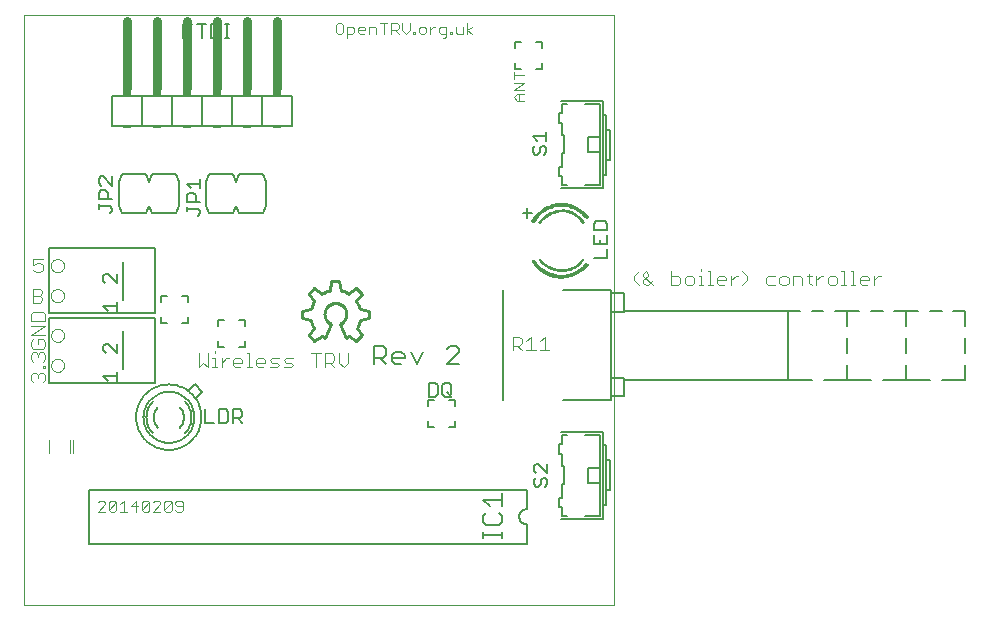
<source format=gto>
G75*
%MOIN*%
%OFA0B0*%
%FSLAX24Y24*%
%IPPOS*%
%LPD*%
%AMOC8*
5,1,8,0,0,1.08239X$1,22.5*
%
%ADD10C,0.0000*%
%ADD11C,0.0040*%
%ADD12C,0.0030*%
%ADD13C,0.0050*%
%ADD14C,0.0060*%
%ADD15C,0.0070*%
%ADD16C,0.0100*%
%ADD17C,0.0006*%
%ADD18C,0.0010*%
%ADD19C,0.0080*%
%ADD20C,0.0300*%
%ADD21R,0.0300X0.0200*%
%ADD22R,0.0300X0.0100*%
D10*
X000350Y000350D02*
X000350Y020035D01*
X020035Y020035D01*
X020035Y000350D01*
X000350Y000350D01*
X001267Y008344D02*
X001269Y008373D01*
X001275Y008401D01*
X001284Y008429D01*
X001297Y008455D01*
X001314Y008478D01*
X001333Y008500D01*
X001355Y008519D01*
X001380Y008534D01*
X001406Y008547D01*
X001434Y008555D01*
X001462Y008560D01*
X001491Y008561D01*
X001520Y008558D01*
X001548Y008551D01*
X001575Y008541D01*
X001601Y008527D01*
X001624Y008510D01*
X001645Y008490D01*
X001663Y008467D01*
X001678Y008442D01*
X001689Y008415D01*
X001697Y008387D01*
X001701Y008358D01*
X001701Y008330D01*
X001697Y008301D01*
X001689Y008273D01*
X001678Y008246D01*
X001663Y008221D01*
X001645Y008198D01*
X001624Y008178D01*
X001601Y008161D01*
X001575Y008147D01*
X001548Y008137D01*
X001520Y008130D01*
X001491Y008127D01*
X001462Y008128D01*
X001434Y008133D01*
X001406Y008141D01*
X001380Y008154D01*
X001355Y008169D01*
X001333Y008188D01*
X001314Y008210D01*
X001297Y008233D01*
X001284Y008259D01*
X001275Y008287D01*
X001269Y008315D01*
X001267Y008344D01*
X001267Y009344D02*
X001269Y009373D01*
X001275Y009401D01*
X001284Y009429D01*
X001297Y009455D01*
X001314Y009478D01*
X001333Y009500D01*
X001355Y009519D01*
X001380Y009534D01*
X001406Y009547D01*
X001434Y009555D01*
X001462Y009560D01*
X001491Y009561D01*
X001520Y009558D01*
X001548Y009551D01*
X001575Y009541D01*
X001601Y009527D01*
X001624Y009510D01*
X001645Y009490D01*
X001663Y009467D01*
X001678Y009442D01*
X001689Y009415D01*
X001697Y009387D01*
X001701Y009358D01*
X001701Y009330D01*
X001697Y009301D01*
X001689Y009273D01*
X001678Y009246D01*
X001663Y009221D01*
X001645Y009198D01*
X001624Y009178D01*
X001601Y009161D01*
X001575Y009147D01*
X001548Y009137D01*
X001520Y009130D01*
X001491Y009127D01*
X001462Y009128D01*
X001434Y009133D01*
X001406Y009141D01*
X001380Y009154D01*
X001355Y009169D01*
X001333Y009188D01*
X001314Y009210D01*
X001297Y009233D01*
X001284Y009259D01*
X001275Y009287D01*
X001269Y009315D01*
X001267Y009344D01*
X001259Y010670D02*
X001261Y010699D01*
X001267Y010727D01*
X001276Y010755D01*
X001289Y010781D01*
X001306Y010804D01*
X001325Y010826D01*
X001347Y010845D01*
X001372Y010860D01*
X001398Y010873D01*
X001426Y010881D01*
X001454Y010886D01*
X001483Y010887D01*
X001512Y010884D01*
X001540Y010877D01*
X001567Y010867D01*
X001593Y010853D01*
X001616Y010836D01*
X001637Y010816D01*
X001655Y010793D01*
X001670Y010768D01*
X001681Y010741D01*
X001689Y010713D01*
X001693Y010684D01*
X001693Y010656D01*
X001689Y010627D01*
X001681Y010599D01*
X001670Y010572D01*
X001655Y010547D01*
X001637Y010524D01*
X001616Y010504D01*
X001593Y010487D01*
X001567Y010473D01*
X001540Y010463D01*
X001512Y010456D01*
X001483Y010453D01*
X001454Y010454D01*
X001426Y010459D01*
X001398Y010467D01*
X001372Y010480D01*
X001347Y010495D01*
X001325Y010514D01*
X001306Y010536D01*
X001289Y010559D01*
X001276Y010585D01*
X001267Y010613D01*
X001261Y010641D01*
X001259Y010670D01*
X001259Y011670D02*
X001261Y011699D01*
X001267Y011727D01*
X001276Y011755D01*
X001289Y011781D01*
X001306Y011804D01*
X001325Y011826D01*
X001347Y011845D01*
X001372Y011860D01*
X001398Y011873D01*
X001426Y011881D01*
X001454Y011886D01*
X001483Y011887D01*
X001512Y011884D01*
X001540Y011877D01*
X001567Y011867D01*
X001593Y011853D01*
X001616Y011836D01*
X001637Y011816D01*
X001655Y011793D01*
X001670Y011768D01*
X001681Y011741D01*
X001689Y011713D01*
X001693Y011684D01*
X001693Y011656D01*
X001689Y011627D01*
X001681Y011599D01*
X001670Y011572D01*
X001655Y011547D01*
X001637Y011524D01*
X001616Y011504D01*
X001593Y011487D01*
X001567Y011473D01*
X001540Y011463D01*
X001512Y011456D01*
X001483Y011453D01*
X001454Y011454D01*
X001426Y011459D01*
X001398Y011467D01*
X001372Y011480D01*
X001347Y011495D01*
X001325Y011514D01*
X001306Y011536D01*
X001289Y011559D01*
X001276Y011585D01*
X001267Y011613D01*
X001261Y011641D01*
X001259Y011670D01*
D11*
X000983Y011675D02*
X000983Y011521D01*
X000906Y011444D01*
X000753Y011444D01*
X000676Y011521D01*
X000676Y011675D02*
X000829Y011751D01*
X000906Y011751D01*
X000983Y011675D01*
X000983Y011905D02*
X000676Y011905D01*
X000676Y011675D01*
X000653Y010894D02*
X000884Y010894D01*
X000960Y010818D01*
X000960Y010741D01*
X000884Y010664D01*
X000653Y010664D01*
X000653Y010434D02*
X000884Y010434D01*
X000960Y010511D01*
X000960Y010588D01*
X000884Y010664D01*
X000653Y010434D02*
X000653Y010894D01*
X000678Y010131D02*
X000601Y010054D01*
X000601Y009824D01*
X001062Y009824D01*
X001062Y010054D01*
X000985Y010131D01*
X000678Y010131D01*
X000601Y009671D02*
X001062Y009671D01*
X000601Y009364D01*
X001062Y009364D01*
X000985Y009210D02*
X000832Y009210D01*
X000832Y009057D01*
X000985Y009210D02*
X001062Y009133D01*
X001062Y008980D01*
X000985Y008903D01*
X000678Y008903D01*
X000601Y008980D01*
X000601Y009133D01*
X000678Y009210D01*
X000676Y008779D02*
X000753Y008779D01*
X000829Y008703D01*
X000906Y008779D01*
X000983Y008779D01*
X001060Y008703D01*
X001060Y008549D01*
X000983Y008472D01*
X000983Y008319D02*
X001060Y008319D01*
X001060Y008242D01*
X000983Y008242D01*
X000983Y008319D01*
X000983Y008089D02*
X000906Y008089D01*
X000829Y008012D01*
X000829Y007935D01*
X000829Y008012D02*
X000753Y008089D01*
X000676Y008089D01*
X000599Y008012D01*
X000599Y007859D01*
X000676Y007782D01*
X000983Y007782D02*
X001060Y007859D01*
X001060Y008012D01*
X000983Y008089D01*
X000676Y008472D02*
X000599Y008549D01*
X000599Y008703D01*
X000676Y008779D01*
X000829Y008703D02*
X000829Y008626D01*
X001188Y005844D02*
X001188Y005411D01*
X001888Y005411D02*
X001888Y005844D01*
X001988Y005844D02*
X001988Y005411D01*
X006184Y008284D02*
X006337Y008437D01*
X006491Y008284D01*
X006491Y008744D01*
X006644Y008591D02*
X006721Y008591D01*
X006721Y008284D01*
X006644Y008284D02*
X006798Y008284D01*
X006951Y008284D02*
X006951Y008591D01*
X006951Y008437D02*
X007105Y008591D01*
X007181Y008591D01*
X007335Y008514D02*
X007412Y008591D01*
X007565Y008591D01*
X007642Y008514D01*
X007642Y008437D01*
X007335Y008437D01*
X007335Y008361D02*
X007335Y008514D01*
X007335Y008361D02*
X007412Y008284D01*
X007565Y008284D01*
X007795Y008284D02*
X007949Y008284D01*
X007872Y008284D02*
X007872Y008744D01*
X007795Y008744D01*
X008102Y008514D02*
X008179Y008591D01*
X008332Y008591D01*
X008409Y008514D01*
X008409Y008437D01*
X008102Y008437D01*
X008102Y008361D02*
X008102Y008514D01*
X008102Y008361D02*
X008179Y008284D01*
X008332Y008284D01*
X008562Y008284D02*
X008793Y008284D01*
X008869Y008361D01*
X008793Y008437D01*
X008639Y008437D01*
X008562Y008514D01*
X008639Y008591D01*
X008869Y008591D01*
X009023Y008514D02*
X009100Y008591D01*
X009330Y008591D01*
X009253Y008437D02*
X009100Y008437D01*
X009023Y008514D01*
X009023Y008284D02*
X009253Y008284D01*
X009330Y008361D01*
X009253Y008437D01*
X009944Y008744D02*
X010251Y008744D01*
X010404Y008744D02*
X010634Y008744D01*
X010711Y008668D01*
X010711Y008514D01*
X010634Y008437D01*
X010404Y008437D01*
X010404Y008284D02*
X010404Y008744D01*
X010097Y008744D02*
X010097Y008284D01*
X010558Y008437D02*
X010711Y008284D01*
X010864Y008437D02*
X011018Y008284D01*
X011171Y008437D01*
X011171Y008744D01*
X010864Y008744D02*
X010864Y008437D01*
X006721Y008744D02*
X006721Y008821D01*
X006184Y008744D02*
X006184Y008284D01*
X016648Y008844D02*
X016648Y009305D01*
X016878Y009305D01*
X016955Y009228D01*
X016955Y009075D01*
X016878Y008998D01*
X016648Y008998D01*
X016801Y008998D02*
X016955Y008844D01*
X017108Y008844D02*
X017415Y008844D01*
X017262Y008844D02*
X017262Y009305D01*
X017108Y009151D01*
X017569Y009151D02*
X017722Y009305D01*
X017722Y008844D01*
X017569Y008844D02*
X017876Y008844D01*
X020707Y011177D02*
X020707Y011331D01*
X020860Y011484D01*
X021014Y011407D02*
X021014Y011331D01*
X021321Y011024D01*
X021321Y011177D02*
X021167Y011024D01*
X021091Y011024D01*
X021014Y011101D01*
X021014Y011177D01*
X021167Y011331D01*
X021167Y011407D01*
X021091Y011484D01*
X021014Y011407D01*
X020707Y011177D02*
X020860Y011024D01*
X021935Y011024D02*
X022165Y011024D01*
X022242Y011101D01*
X022242Y011254D01*
X022165Y011331D01*
X021935Y011331D01*
X021935Y011484D02*
X021935Y011024D01*
X022395Y011101D02*
X022472Y011024D01*
X022625Y011024D01*
X022702Y011101D01*
X022702Y011254D01*
X022625Y011331D01*
X022472Y011331D01*
X022395Y011254D01*
X022395Y011101D01*
X022855Y011024D02*
X023009Y011024D01*
X022932Y011024D02*
X022932Y011331D01*
X022855Y011331D01*
X022932Y011484D02*
X022932Y011561D01*
X023162Y011484D02*
X023239Y011484D01*
X023239Y011024D01*
X023162Y011024D02*
X023316Y011024D01*
X023469Y011101D02*
X023469Y011254D01*
X023546Y011331D01*
X023699Y011331D01*
X023776Y011254D01*
X023776Y011177D01*
X023469Y011177D01*
X023469Y011101D02*
X023546Y011024D01*
X023699Y011024D01*
X023930Y011024D02*
X023930Y011331D01*
X024083Y011331D02*
X024160Y011331D01*
X024083Y011331D02*
X023930Y011177D01*
X024313Y011024D02*
X024467Y011177D01*
X024467Y011331D01*
X024313Y011484D01*
X025081Y011254D02*
X025081Y011101D01*
X025157Y011024D01*
X025388Y011024D01*
X025541Y011101D02*
X025541Y011254D01*
X025618Y011331D01*
X025771Y011331D01*
X025848Y011254D01*
X025848Y011101D01*
X025771Y011024D01*
X025618Y011024D01*
X025541Y011101D01*
X025388Y011331D02*
X025157Y011331D01*
X025081Y011254D01*
X026001Y011331D02*
X026001Y011024D01*
X026001Y011331D02*
X026232Y011331D01*
X026308Y011254D01*
X026308Y011024D01*
X026539Y011101D02*
X026539Y011407D01*
X026615Y011331D02*
X026462Y011331D01*
X026539Y011101D02*
X026615Y011024D01*
X026769Y011024D02*
X026769Y011331D01*
X026922Y011331D02*
X026769Y011177D01*
X026922Y011331D02*
X026999Y011331D01*
X027152Y011254D02*
X027152Y011101D01*
X027229Y011024D01*
X027383Y011024D01*
X027459Y011101D01*
X027459Y011254D01*
X027383Y011331D01*
X027229Y011331D01*
X027152Y011254D01*
X027613Y011024D02*
X027766Y011024D01*
X027690Y011024D02*
X027690Y011484D01*
X027613Y011484D01*
X027920Y011484D02*
X027996Y011484D01*
X027996Y011024D01*
X027920Y011024D02*
X028073Y011024D01*
X028227Y011101D02*
X028227Y011254D01*
X028303Y011331D01*
X028457Y011331D01*
X028534Y011254D01*
X028534Y011177D01*
X028227Y011177D01*
X028227Y011101D02*
X028303Y011024D01*
X028457Y011024D01*
X028687Y011024D02*
X028687Y011331D01*
X028840Y011331D02*
X028687Y011177D01*
X028840Y011331D02*
X028917Y011331D01*
X017043Y017167D02*
X016807Y017167D01*
X016689Y017285D01*
X016807Y017403D01*
X017043Y017403D01*
X017043Y017529D02*
X016689Y017529D01*
X017043Y017765D01*
X016689Y017765D01*
X016689Y017892D02*
X016689Y018128D01*
X016689Y018010D02*
X017043Y018010D01*
X016866Y017403D02*
X016866Y017167D01*
D12*
X014444Y019331D02*
X014444Y019640D01*
X014258Y019640D01*
X014197Y019578D01*
X014197Y019454D01*
X014258Y019393D01*
X014444Y019393D01*
X014444Y019331D02*
X014382Y019269D01*
X014320Y019269D01*
X014565Y019393D02*
X014627Y019393D01*
X014627Y019454D01*
X014565Y019454D01*
X014565Y019393D01*
X014749Y019454D02*
X014749Y019640D01*
X014749Y019454D02*
X014811Y019393D01*
X014996Y019393D01*
X014996Y019640D01*
X015118Y019763D02*
X015118Y019393D01*
X015118Y019516D02*
X015303Y019640D01*
X015118Y019516D02*
X015303Y019393D01*
X014075Y019640D02*
X014013Y019640D01*
X013890Y019516D01*
X013890Y019393D02*
X013890Y019640D01*
X013768Y019578D02*
X013707Y019640D01*
X013583Y019640D01*
X013522Y019578D01*
X013522Y019454D01*
X013583Y019393D01*
X013707Y019393D01*
X013768Y019454D01*
X013768Y019578D01*
X013399Y019454D02*
X013399Y019393D01*
X013337Y019393D01*
X013337Y019454D01*
X013399Y019454D01*
X013216Y019516D02*
X013216Y019763D01*
X013216Y019516D02*
X013092Y019393D01*
X012969Y019516D01*
X012969Y019763D01*
X012848Y019701D02*
X012848Y019578D01*
X012786Y019516D01*
X012601Y019516D01*
X012724Y019516D02*
X012848Y019393D01*
X012601Y019393D02*
X012601Y019763D01*
X012786Y019763D01*
X012848Y019701D01*
X012479Y019763D02*
X012232Y019763D01*
X012356Y019763D02*
X012356Y019393D01*
X012111Y019393D02*
X012111Y019578D01*
X012049Y019640D01*
X011864Y019640D01*
X011864Y019393D01*
X011743Y019516D02*
X011496Y019516D01*
X011496Y019454D02*
X011496Y019578D01*
X011557Y019640D01*
X011681Y019640D01*
X011743Y019578D01*
X011743Y019516D01*
X011681Y019393D02*
X011557Y019393D01*
X011496Y019454D01*
X011374Y019454D02*
X011313Y019393D01*
X011127Y019393D01*
X011127Y019269D02*
X011127Y019640D01*
X011313Y019640D01*
X011374Y019578D01*
X011374Y019454D01*
X011006Y019454D02*
X011006Y019701D01*
X010944Y019763D01*
X010821Y019763D01*
X010759Y019701D01*
X010759Y019454D01*
X010821Y019393D01*
X010944Y019393D01*
X011006Y019454D01*
X005588Y003837D02*
X005464Y003837D01*
X005403Y003775D01*
X005403Y003713D01*
X005464Y003652D01*
X005649Y003652D01*
X005649Y003775D02*
X005649Y003528D01*
X005588Y003466D01*
X005464Y003466D01*
X005403Y003528D01*
X005281Y003528D02*
X005219Y003466D01*
X005096Y003466D01*
X005034Y003528D01*
X005281Y003775D01*
X005281Y003528D01*
X005034Y003528D02*
X005034Y003775D01*
X005096Y003837D01*
X005219Y003837D01*
X005281Y003775D01*
X005588Y003837D02*
X005649Y003775D01*
X004913Y003775D02*
X004851Y003837D01*
X004728Y003837D01*
X004666Y003775D01*
X004545Y003775D02*
X004298Y003528D01*
X004359Y003466D01*
X004483Y003466D01*
X004545Y003528D01*
X004545Y003775D01*
X004483Y003837D01*
X004359Y003837D01*
X004298Y003775D01*
X004298Y003528D01*
X004176Y003652D02*
X003929Y003652D01*
X004114Y003837D01*
X004114Y003466D01*
X003808Y003466D02*
X003561Y003466D01*
X003684Y003466D02*
X003684Y003837D01*
X003561Y003713D01*
X003440Y003775D02*
X003193Y003528D01*
X003254Y003466D01*
X003378Y003466D01*
X003440Y003528D01*
X003440Y003775D01*
X003378Y003837D01*
X003254Y003837D01*
X003193Y003775D01*
X003193Y003528D01*
X003071Y003466D02*
X002824Y003466D01*
X003071Y003713D01*
X003071Y003775D01*
X003010Y003837D01*
X002886Y003837D01*
X002824Y003775D01*
X004666Y003466D02*
X004913Y003713D01*
X004913Y003775D01*
X004913Y003466D02*
X004666Y003466D01*
D13*
X006412Y006428D02*
X006713Y006428D01*
X006873Y006428D02*
X007098Y006428D01*
X007173Y006503D01*
X007173Y006803D01*
X007098Y006878D01*
X006873Y006878D01*
X006873Y006428D01*
X006412Y006428D02*
X006412Y006878D01*
X007333Y006878D02*
X007333Y006428D01*
X007333Y006578D02*
X007558Y006578D01*
X007633Y006653D01*
X007633Y006803D01*
X007558Y006878D01*
X007333Y006878D01*
X007483Y006578D02*
X007633Y006428D01*
X003459Y007835D02*
X003459Y008135D01*
X003459Y007985D02*
X003009Y007985D01*
X003159Y007835D01*
X003084Y008769D02*
X003009Y008844D01*
X003009Y008994D01*
X003084Y009069D01*
X003159Y009069D01*
X003459Y008769D01*
X003459Y009069D01*
X003451Y010161D02*
X003451Y010461D01*
X003451Y010311D02*
X003001Y010311D01*
X003151Y010161D01*
X003076Y011095D02*
X003001Y011170D01*
X003001Y011321D01*
X003076Y011396D01*
X003151Y011396D01*
X003451Y011095D01*
X003451Y011396D01*
X003226Y013420D02*
X003301Y013495D01*
X003301Y013570D01*
X003226Y013645D01*
X002851Y013645D01*
X002851Y013570D02*
X002851Y013720D01*
X002851Y013880D02*
X002851Y014105D01*
X002926Y014180D01*
X003076Y014180D01*
X003151Y014105D01*
X003151Y013880D01*
X003301Y013880D02*
X002851Y013880D01*
X002926Y014340D02*
X002851Y014416D01*
X002851Y014566D01*
X002926Y014641D01*
X003001Y014641D01*
X003301Y014340D01*
X003301Y014641D01*
X005785Y014407D02*
X005935Y014257D01*
X006010Y014096D02*
X006085Y014021D01*
X006085Y013796D01*
X006235Y013796D02*
X005785Y013796D01*
X005785Y014021D01*
X005860Y014096D01*
X006010Y014096D01*
X006235Y014257D02*
X006235Y014557D01*
X006235Y014407D02*
X005785Y014407D01*
X005785Y013636D02*
X005785Y013486D01*
X005785Y013561D02*
X006160Y013561D01*
X006235Y013486D01*
X006235Y013411D01*
X006160Y013336D01*
X012034Y009001D02*
X012340Y009001D01*
X012441Y008899D01*
X012441Y008695D01*
X012340Y008594D01*
X012034Y008594D01*
X012238Y008594D02*
X012441Y008390D01*
X012642Y008492D02*
X012642Y008695D01*
X012744Y008797D01*
X012947Y008797D01*
X013049Y008695D01*
X013049Y008594D01*
X012642Y008594D01*
X012642Y008492D02*
X012744Y008390D01*
X012947Y008390D01*
X013453Y008390D02*
X013250Y008797D01*
X013657Y008797D02*
X013453Y008390D01*
X013852Y007755D02*
X014078Y007755D01*
X014153Y007680D01*
X014153Y007379D01*
X014078Y007304D01*
X013852Y007304D01*
X013852Y007755D01*
X014313Y007680D02*
X014388Y007755D01*
X014538Y007755D01*
X014613Y007680D01*
X014613Y007379D01*
X014538Y007304D01*
X014388Y007304D01*
X014313Y007379D01*
X014313Y007680D01*
X014463Y007455D02*
X014613Y007304D01*
X014465Y008390D02*
X014872Y008797D01*
X014872Y008899D01*
X014770Y009001D01*
X014567Y009001D01*
X014465Y008899D01*
X014465Y008390D02*
X014872Y008390D01*
X012034Y008390D02*
X012034Y009001D01*
X017362Y004989D02*
X017362Y004839D01*
X017437Y004764D01*
X017437Y004604D02*
X017362Y004529D01*
X017362Y004379D01*
X017437Y004304D01*
X017512Y004304D01*
X017587Y004379D01*
X017587Y004529D01*
X017662Y004604D01*
X017737Y004604D01*
X017812Y004529D01*
X017812Y004379D01*
X017737Y004304D01*
X017812Y004764D02*
X017512Y005064D01*
X017437Y005064D01*
X017362Y004989D01*
X017812Y005064D02*
X017812Y004764D01*
X019353Y011927D02*
X019803Y011927D01*
X019803Y012227D01*
X019803Y012388D02*
X019803Y012688D01*
X019803Y012848D02*
X019803Y013073D01*
X019728Y013148D01*
X019428Y013148D01*
X019353Y013073D01*
X019353Y012848D01*
X019803Y012848D01*
X019578Y012538D02*
X019578Y012388D01*
X019353Y012388D02*
X019803Y012388D01*
X019353Y012388D02*
X019353Y012688D01*
X017283Y013432D02*
X016993Y013432D01*
X017133Y013582D02*
X017133Y013272D01*
X017399Y015370D02*
X017474Y015370D01*
X017549Y015445D01*
X017549Y015595D01*
X017624Y015670D01*
X017699Y015670D01*
X017775Y015595D01*
X017775Y015445D01*
X017699Y015370D01*
X017399Y015370D02*
X017324Y015445D01*
X017324Y015595D01*
X017399Y015670D01*
X017474Y015830D02*
X017324Y015980D01*
X017775Y015980D01*
X017775Y015830D02*
X017775Y016131D01*
X007207Y019268D02*
X007056Y019268D01*
X007132Y019268D02*
X007132Y019719D01*
X007207Y019719D02*
X007056Y019719D01*
X006896Y019643D02*
X006821Y019719D01*
X006596Y019719D01*
X006596Y019268D01*
X006821Y019268D01*
X006896Y019343D01*
X006896Y019643D01*
X006436Y019719D02*
X006136Y019719D01*
X006286Y019719D02*
X006286Y019268D01*
X005825Y019493D02*
X005675Y019493D01*
X005675Y019268D02*
X005675Y019719D01*
X005976Y019719D01*
D14*
X006304Y017339D02*
X005304Y017339D01*
X004304Y017339D01*
X003304Y017339D01*
X003304Y016339D01*
X004304Y016339D01*
X005304Y016339D01*
X006304Y016339D01*
X007304Y016339D01*
X008304Y016339D01*
X009304Y016339D01*
X009304Y017339D01*
X008304Y017339D01*
X007304Y017339D01*
X006304Y017339D01*
X006304Y016339D01*
X007304Y016339D02*
X007304Y017339D01*
X008304Y017339D02*
X008304Y016339D01*
X008316Y014713D02*
X007516Y014713D01*
X007416Y014463D01*
X007316Y014713D01*
X006516Y014713D01*
X006416Y014463D01*
X006416Y013663D01*
X006516Y013413D01*
X007316Y013413D01*
X007416Y013663D01*
X007516Y013413D01*
X008316Y013413D01*
X008416Y013663D01*
X008416Y014463D01*
X008316Y014713D01*
X005521Y014470D02*
X005521Y013670D01*
X005421Y013420D01*
X004621Y013420D01*
X004521Y013670D01*
X004421Y013420D01*
X003621Y013420D01*
X003521Y013670D01*
X003521Y014470D01*
X003621Y014720D01*
X004421Y014720D01*
X004521Y014470D01*
X004621Y014720D01*
X005421Y014720D01*
X005521Y014470D01*
X005304Y016339D02*
X005304Y017339D01*
X004304Y017339D02*
X004304Y016339D01*
X004726Y012261D02*
X001186Y012261D01*
X001186Y010080D01*
X004726Y010080D01*
X004726Y012261D01*
X003657Y011806D02*
X003657Y010536D01*
X004734Y009934D02*
X001194Y009934D01*
X001194Y007753D01*
X004734Y007753D01*
X004734Y009934D01*
X004932Y009960D02*
X004932Y009760D01*
X005132Y009760D01*
X005632Y009760D02*
X005832Y009760D01*
X005832Y009960D01*
X005832Y010460D02*
X005832Y010660D01*
X005632Y010660D01*
X005132Y010660D02*
X004932Y010660D01*
X004932Y010460D01*
X003666Y009480D02*
X003666Y008210D01*
X005818Y007502D02*
X006051Y007735D01*
X006313Y007474D01*
X006087Y007247D01*
X004346Y006611D02*
X004348Y006669D01*
X004354Y006727D01*
X004364Y006784D01*
X004378Y006840D01*
X004395Y006896D01*
X004416Y006950D01*
X004441Y007002D01*
X004470Y007053D01*
X004502Y007101D01*
X004537Y007147D01*
X004575Y007191D01*
X004616Y007232D01*
X004660Y007270D01*
X004706Y007305D01*
X004754Y007337D01*
X004805Y007366D01*
X004857Y007391D01*
X004911Y007412D01*
X004967Y007429D01*
X005023Y007443D01*
X005080Y007453D01*
X005138Y007459D01*
X005196Y007461D01*
X005254Y007459D01*
X005312Y007453D01*
X005369Y007443D01*
X005425Y007429D01*
X005481Y007412D01*
X005535Y007391D01*
X005587Y007366D01*
X005638Y007337D01*
X005686Y007305D01*
X005732Y007270D01*
X005776Y007232D01*
X005817Y007191D01*
X005855Y007147D01*
X005890Y007101D01*
X005922Y007053D01*
X005951Y007002D01*
X005976Y006950D01*
X005997Y006896D01*
X006014Y006840D01*
X006028Y006784D01*
X006038Y006727D01*
X006044Y006669D01*
X006046Y006611D01*
X006044Y006553D01*
X006038Y006495D01*
X006028Y006438D01*
X006014Y006382D01*
X005997Y006326D01*
X005976Y006272D01*
X005951Y006220D01*
X005922Y006169D01*
X005890Y006121D01*
X005855Y006075D01*
X005817Y006031D01*
X005776Y005990D01*
X005732Y005952D01*
X005686Y005917D01*
X005638Y005885D01*
X005587Y005856D01*
X005535Y005831D01*
X005481Y005810D01*
X005425Y005793D01*
X005369Y005779D01*
X005312Y005769D01*
X005254Y005763D01*
X005196Y005761D01*
X005138Y005763D01*
X005080Y005769D01*
X005023Y005779D01*
X004967Y005793D01*
X004911Y005810D01*
X004857Y005831D01*
X004805Y005856D01*
X004754Y005885D01*
X004706Y005917D01*
X004660Y005952D01*
X004616Y005990D01*
X004575Y006031D01*
X004537Y006075D01*
X004502Y006121D01*
X004470Y006169D01*
X004441Y006220D01*
X004416Y006272D01*
X004395Y006326D01*
X004378Y006382D01*
X004364Y006438D01*
X004354Y006495D01*
X004348Y006553D01*
X004346Y006611D01*
X004099Y006618D02*
X004101Y006684D01*
X004107Y006749D01*
X004117Y006814D01*
X004131Y006879D01*
X004148Y006942D01*
X004170Y007005D01*
X004195Y007065D01*
X004224Y007125D01*
X004256Y007182D01*
X004292Y007237D01*
X004331Y007290D01*
X004373Y007341D01*
X004418Y007389D01*
X004466Y007434D01*
X004517Y007476D01*
X004570Y007515D01*
X004625Y007551D01*
X004682Y007583D01*
X004742Y007612D01*
X004802Y007637D01*
X004865Y007659D01*
X004928Y007676D01*
X004993Y007690D01*
X005058Y007700D01*
X005123Y007706D01*
X005189Y007708D01*
X005255Y007706D01*
X005320Y007700D01*
X005385Y007690D01*
X005450Y007676D01*
X005513Y007659D01*
X005576Y007637D01*
X005636Y007612D01*
X005696Y007583D01*
X005753Y007551D01*
X005808Y007515D01*
X005861Y007476D01*
X005912Y007434D01*
X005960Y007389D01*
X006005Y007341D01*
X006047Y007290D01*
X006086Y007237D01*
X006122Y007182D01*
X006154Y007125D01*
X006183Y007065D01*
X006208Y007005D01*
X006230Y006942D01*
X006247Y006879D01*
X006261Y006814D01*
X006271Y006749D01*
X006277Y006684D01*
X006279Y006618D01*
X006277Y006552D01*
X006271Y006487D01*
X006261Y006422D01*
X006247Y006357D01*
X006230Y006294D01*
X006208Y006231D01*
X006183Y006171D01*
X006154Y006111D01*
X006122Y006054D01*
X006086Y005999D01*
X006047Y005946D01*
X006005Y005895D01*
X005960Y005847D01*
X005912Y005802D01*
X005861Y005760D01*
X005808Y005721D01*
X005753Y005685D01*
X005696Y005653D01*
X005636Y005624D01*
X005576Y005599D01*
X005513Y005577D01*
X005450Y005560D01*
X005385Y005546D01*
X005320Y005536D01*
X005255Y005530D01*
X005189Y005528D01*
X005123Y005530D01*
X005058Y005536D01*
X004993Y005546D01*
X004928Y005560D01*
X004865Y005577D01*
X004802Y005599D01*
X004742Y005624D01*
X004682Y005653D01*
X004625Y005685D01*
X004570Y005721D01*
X004517Y005760D01*
X004466Y005802D01*
X004418Y005847D01*
X004373Y005895D01*
X004331Y005946D01*
X004292Y005999D01*
X004256Y006054D01*
X004224Y006111D01*
X004195Y006171D01*
X004170Y006231D01*
X004148Y006294D01*
X004131Y006357D01*
X004117Y006422D01*
X004107Y006487D01*
X004101Y006552D01*
X004099Y006618D01*
X004666Y007141D02*
X004629Y007102D01*
X004596Y007060D01*
X004565Y007016D01*
X004538Y006970D01*
X004514Y006923D01*
X004493Y006873D01*
X004476Y006822D01*
X004463Y006770D01*
X004454Y006718D01*
X004448Y006665D01*
X004446Y006611D01*
X004448Y006557D01*
X004454Y006504D01*
X004463Y006452D01*
X004476Y006400D01*
X004493Y006349D01*
X004514Y006299D01*
X004538Y006252D01*
X004565Y006206D01*
X004596Y006162D01*
X004629Y006120D01*
X004666Y006081D01*
X004842Y006257D02*
X004813Y006290D01*
X004786Y006324D01*
X004763Y006361D01*
X004743Y006400D01*
X004726Y006440D01*
X004713Y006482D01*
X004704Y006524D01*
X004698Y006567D01*
X004696Y006611D01*
X004698Y006655D01*
X004704Y006698D01*
X004713Y006740D01*
X004726Y006782D01*
X004743Y006822D01*
X004763Y006861D01*
X004786Y006898D01*
X004813Y006932D01*
X004842Y006965D01*
X005550Y006965D02*
X005579Y006932D01*
X005606Y006898D01*
X005629Y006861D01*
X005649Y006822D01*
X005666Y006782D01*
X005679Y006740D01*
X005688Y006698D01*
X005694Y006655D01*
X005696Y006611D01*
X005694Y006567D01*
X005688Y006524D01*
X005679Y006482D01*
X005666Y006440D01*
X005649Y006400D01*
X005629Y006361D01*
X005606Y006324D01*
X005579Y006290D01*
X005550Y006257D01*
X005726Y006081D02*
X005763Y006120D01*
X005796Y006162D01*
X005827Y006206D01*
X005854Y006252D01*
X005878Y006299D01*
X005899Y006349D01*
X005916Y006400D01*
X005929Y006452D01*
X005938Y006504D01*
X005944Y006557D01*
X005946Y006611D01*
X005944Y006665D01*
X005938Y006718D01*
X005929Y006770D01*
X005916Y006822D01*
X005899Y006873D01*
X005878Y006923D01*
X005854Y006970D01*
X005827Y007016D01*
X005796Y007060D01*
X005763Y007102D01*
X005726Y007141D01*
X006830Y008972D02*
X006830Y009172D01*
X006830Y008972D02*
X007030Y008972D01*
X007530Y008972D02*
X007730Y008972D01*
X007730Y009172D01*
X007730Y009672D02*
X007730Y009872D01*
X007530Y009872D01*
X007030Y009872D02*
X006830Y009872D01*
X006830Y009672D01*
X013827Y007179D02*
X013827Y006979D01*
X013827Y007179D02*
X014027Y007179D01*
X014527Y007179D02*
X014727Y007179D01*
X014727Y006979D01*
X014727Y006479D02*
X014727Y006279D01*
X014527Y006279D01*
X014027Y006279D02*
X013827Y006279D01*
X013827Y006479D01*
X017117Y004205D02*
X002517Y004205D01*
X002517Y002405D01*
X017117Y002405D01*
X017117Y003055D01*
X017087Y003057D01*
X017057Y003062D01*
X017028Y003071D01*
X017001Y003084D01*
X016975Y003099D01*
X016951Y003118D01*
X016930Y003139D01*
X016911Y003163D01*
X016896Y003189D01*
X016883Y003216D01*
X016874Y003245D01*
X016869Y003275D01*
X016867Y003305D01*
X016869Y003335D01*
X016874Y003365D01*
X016883Y003394D01*
X016896Y003421D01*
X016911Y003447D01*
X016930Y003471D01*
X016951Y003492D01*
X016975Y003511D01*
X017001Y003526D01*
X017028Y003539D01*
X017057Y003548D01*
X017087Y003553D01*
X017117Y003555D01*
X017117Y004205D01*
X018189Y003939D02*
X018189Y003639D01*
X018289Y003639D01*
X018287Y003328D01*
X018463Y003331D01*
X018263Y003231D02*
X019663Y003231D01*
X019663Y005681D01*
X019763Y005681D01*
X019763Y005181D01*
X019913Y005181D01*
X019913Y004181D01*
X019763Y004181D01*
X019763Y005181D01*
X019563Y004931D02*
X019163Y004931D01*
X019163Y004431D01*
X019563Y004431D01*
X019563Y004931D01*
X019563Y006031D01*
X019063Y006031D01*
X018463Y006031D02*
X018292Y006028D01*
X018289Y005739D01*
X018189Y005739D01*
X018189Y005389D01*
X018289Y005389D01*
X018289Y004989D01*
X018366Y004990D01*
X018366Y004390D01*
X018289Y004389D01*
X018289Y003939D01*
X018189Y003939D01*
X019063Y003331D02*
X019563Y003331D01*
X019563Y004431D01*
X019763Y004181D02*
X019763Y003681D01*
X019663Y003681D01*
X019663Y005681D02*
X019663Y006131D01*
X018263Y006131D01*
X018263Y014254D02*
X019663Y014254D01*
X019663Y016704D01*
X019763Y016704D01*
X019763Y016204D01*
X019913Y016204D01*
X019913Y015204D01*
X019763Y015204D01*
X019763Y016204D01*
X019563Y015954D02*
X019163Y015954D01*
X019163Y015454D01*
X019563Y015454D01*
X019563Y015954D01*
X019563Y017054D01*
X019063Y017054D01*
X018463Y017054D02*
X018292Y017052D01*
X018289Y016763D01*
X018189Y016763D01*
X018189Y016413D01*
X018289Y016413D01*
X018289Y016013D01*
X018366Y016014D01*
X018366Y015414D01*
X018289Y015413D01*
X018289Y014963D01*
X018189Y014963D01*
X018189Y014663D01*
X018289Y014663D01*
X018287Y014352D01*
X018463Y014354D01*
X019063Y014354D02*
X019563Y014354D01*
X019563Y015454D01*
X019763Y015204D02*
X019763Y014704D01*
X019663Y014704D01*
X019663Y016704D02*
X019663Y017154D01*
X018263Y017154D01*
X017618Y018216D02*
X017418Y018216D01*
X017618Y018216D02*
X017618Y018416D01*
X017618Y018916D02*
X017618Y019116D01*
X017418Y019116D01*
X016918Y019116D02*
X016718Y019116D01*
X016718Y018916D01*
X016718Y018416D02*
X016718Y018216D01*
X016918Y018216D01*
D15*
X016304Y004076D02*
X016304Y003656D01*
X016304Y003866D02*
X015674Y003866D01*
X015884Y003656D01*
X015779Y003432D02*
X015674Y003327D01*
X015674Y003117D01*
X015779Y003012D01*
X016199Y003012D01*
X016304Y003117D01*
X016304Y003327D01*
X016199Y003432D01*
X016304Y002792D02*
X016304Y002582D01*
X016304Y002687D02*
X015674Y002687D01*
X015674Y002582D02*
X015674Y002792D01*
D16*
X011437Y009159D02*
X011197Y009329D01*
X011097Y009269D01*
X010907Y009719D01*
X010587Y009719D02*
X010387Y009269D01*
X010287Y009329D01*
X010047Y009159D01*
X009867Y009349D01*
X010027Y009589D01*
X009927Y009859D02*
X009627Y009909D01*
X009627Y010169D01*
X009927Y010229D01*
X010037Y010479D02*
X009857Y010739D01*
X010047Y010919D01*
X010307Y010739D01*
X010557Y010839D02*
X010607Y011159D01*
X010877Y011159D01*
X010927Y010839D01*
X011177Y010739D02*
X011437Y010919D01*
X011627Y010739D01*
X011447Y010479D01*
X011557Y010229D02*
X011857Y010169D01*
X011857Y009909D01*
X011557Y009859D01*
X011457Y009589D02*
X011627Y009349D01*
X011437Y009159D01*
X011458Y009589D02*
X011481Y009630D01*
X011502Y009673D01*
X011520Y009718D01*
X011535Y009763D01*
X011548Y009809D01*
X011558Y009856D01*
X011556Y010230D02*
X011541Y010282D01*
X011522Y010333D01*
X011500Y010383D01*
X011475Y010431D01*
X011446Y010478D01*
X010907Y009729D02*
X010940Y009747D01*
X010970Y009768D01*
X010999Y009792D01*
X011025Y009819D01*
X011047Y009848D01*
X011067Y009880D01*
X011084Y009913D01*
X011097Y009948D01*
X011106Y009984D01*
X011112Y010021D01*
X011114Y010058D01*
X011112Y010095D01*
X011107Y010132D01*
X011097Y010168D01*
X011085Y010203D01*
X011068Y010237D01*
X011049Y010268D01*
X011026Y010298D01*
X011000Y010325D01*
X010972Y010349D01*
X010941Y010370D01*
X010909Y010388D01*
X010875Y010403D01*
X010839Y010414D01*
X010803Y010422D01*
X010766Y010426D01*
X010728Y010426D01*
X010691Y010422D01*
X010655Y010414D01*
X010619Y010403D01*
X010585Y010388D01*
X010553Y010370D01*
X010522Y010349D01*
X010494Y010325D01*
X010468Y010298D01*
X010445Y010268D01*
X010426Y010237D01*
X010409Y010203D01*
X010397Y010168D01*
X010387Y010132D01*
X010382Y010095D01*
X010380Y010058D01*
X010382Y010021D01*
X010388Y009984D01*
X010397Y009948D01*
X010410Y009913D01*
X010427Y009880D01*
X010447Y009848D01*
X010469Y009819D01*
X010495Y009792D01*
X010524Y009768D01*
X010554Y009747D01*
X010587Y009729D01*
X010031Y009592D02*
X010003Y009642D01*
X009979Y009694D01*
X009958Y009747D01*
X009941Y009802D01*
X009928Y009858D01*
X010311Y010743D02*
X010356Y010768D01*
X010403Y010791D01*
X010451Y010810D01*
X010500Y010827D01*
X010550Y010840D01*
X010038Y010475D02*
X010011Y010428D01*
X009987Y010381D01*
X009966Y010332D01*
X009948Y010281D01*
X009934Y010230D01*
X010932Y010842D02*
X010984Y010828D01*
X011035Y010811D01*
X011085Y010791D01*
X011134Y010768D01*
X011181Y010741D01*
D17*
X018349Y011497D02*
X018346Y011551D01*
X018346Y011550D02*
X018402Y011556D01*
X018458Y011565D01*
X018512Y011578D01*
X018566Y011595D01*
X018619Y011615D01*
X018669Y011639D01*
X018719Y011667D01*
X018766Y011697D01*
X018811Y011731D01*
X018853Y011769D01*
X018893Y011808D01*
X018929Y011851D01*
X018963Y011896D01*
X019007Y011866D01*
X019008Y011865D01*
X018974Y011821D01*
X018938Y011778D01*
X018899Y011738D01*
X018858Y011701D01*
X018814Y011666D01*
X018768Y011634D01*
X018721Y011605D01*
X018671Y011580D01*
X018620Y011557D01*
X018568Y011538D01*
X018514Y011522D01*
X018460Y011510D01*
X018405Y011502D01*
X018349Y011497D01*
X018349Y011502D01*
X018404Y011507D01*
X018459Y011515D01*
X018513Y011527D01*
X018566Y011543D01*
X018618Y011562D01*
X018669Y011584D01*
X018718Y011610D01*
X018766Y011638D01*
X018811Y011670D01*
X018855Y011704D01*
X018896Y011742D01*
X018934Y011781D01*
X018970Y011824D01*
X019003Y011868D01*
X018999Y011871D01*
X018966Y011827D01*
X018931Y011785D01*
X018892Y011745D01*
X018851Y011708D01*
X018808Y011674D01*
X018763Y011642D01*
X018716Y011614D01*
X018667Y011589D01*
X018616Y011566D01*
X018565Y011548D01*
X018512Y011532D01*
X018458Y011520D01*
X018403Y011512D01*
X018349Y011506D01*
X018348Y011511D01*
X018403Y011516D01*
X018457Y011525D01*
X018510Y011537D01*
X018563Y011552D01*
X018615Y011571D01*
X018665Y011593D01*
X018713Y011618D01*
X018760Y011647D01*
X018805Y011678D01*
X018848Y011712D01*
X018889Y011749D01*
X018927Y011788D01*
X018962Y011830D01*
X018995Y011874D01*
X018991Y011877D01*
X018959Y011833D01*
X018923Y011792D01*
X018885Y011752D01*
X018845Y011716D01*
X018802Y011682D01*
X018758Y011651D01*
X018711Y011623D01*
X018663Y011598D01*
X018613Y011576D01*
X018561Y011557D01*
X018509Y011542D01*
X018456Y011530D01*
X018402Y011521D01*
X018348Y011516D01*
X018348Y011521D01*
X018402Y011526D01*
X018455Y011535D01*
X018508Y011547D01*
X018560Y011562D01*
X018611Y011580D01*
X018660Y011602D01*
X018708Y011627D01*
X018755Y011655D01*
X018799Y011686D01*
X018842Y011720D01*
X018882Y011756D01*
X018920Y011795D01*
X018955Y011836D01*
X018987Y011880D01*
X018983Y011882D01*
X018951Y011839D01*
X018916Y011798D01*
X018878Y011760D01*
X018838Y011723D01*
X018796Y011690D01*
X018752Y011659D01*
X018706Y011631D01*
X018658Y011607D01*
X018609Y011585D01*
X018558Y011567D01*
X018507Y011552D01*
X018454Y011540D01*
X018401Y011531D01*
X018347Y011526D01*
X018347Y011531D01*
X018400Y011536D01*
X018453Y011545D01*
X018505Y011556D01*
X018557Y011571D01*
X018607Y011590D01*
X018656Y011611D01*
X018704Y011636D01*
X018749Y011663D01*
X018793Y011694D01*
X018835Y011727D01*
X018875Y011763D01*
X018912Y011802D01*
X018947Y011842D01*
X018979Y011885D01*
X018975Y011888D01*
X018943Y011845D01*
X018908Y011805D01*
X018871Y011767D01*
X018832Y011731D01*
X018790Y011698D01*
X018747Y011668D01*
X018701Y011640D01*
X018654Y011616D01*
X018605Y011594D01*
X018555Y011576D01*
X018504Y011561D01*
X018452Y011550D01*
X018400Y011541D01*
X018347Y011536D01*
X018347Y011541D01*
X018403Y011547D01*
X018459Y011556D01*
X018515Y011569D01*
X018569Y011586D01*
X018622Y011607D01*
X018674Y011631D01*
X018723Y011659D01*
X018771Y011690D01*
X018816Y011725D01*
X018859Y011762D01*
X018899Y011802D01*
X018936Y011845D01*
X018971Y011891D01*
X018966Y011894D01*
X018933Y011849D01*
X018896Y011806D01*
X018856Y011766D01*
X018813Y011728D01*
X018768Y011694D01*
X018721Y011663D01*
X018671Y011636D01*
X018620Y011611D01*
X018567Y011591D01*
X018513Y011574D01*
X018458Y011561D01*
X018403Y011552D01*
X018346Y011546D01*
X018324Y013540D02*
X018325Y013486D01*
X018324Y013487D02*
X018265Y013485D01*
X018206Y013479D01*
X018147Y013469D01*
X018089Y013456D01*
X018032Y013439D01*
X017976Y013419D01*
X017922Y013395D01*
X017869Y013368D01*
X017817Y013338D01*
X017768Y013305D01*
X017721Y013269D01*
X017676Y013230D01*
X017634Y013188D01*
X017594Y013144D01*
X017557Y013098D01*
X017514Y013129D01*
X017514Y013130D01*
X017553Y013179D01*
X017595Y013225D01*
X017639Y013269D01*
X017687Y013311D01*
X017736Y013349D01*
X017789Y013384D01*
X017843Y013416D01*
X017899Y013444D01*
X017956Y013469D01*
X018015Y013490D01*
X018076Y013508D01*
X018137Y013522D01*
X018199Y013532D01*
X018261Y013538D01*
X018324Y013541D01*
X018324Y013536D01*
X018261Y013533D01*
X018199Y013527D01*
X018138Y013517D01*
X018077Y013503D01*
X018017Y013486D01*
X017958Y013464D01*
X017901Y013440D01*
X017845Y013411D01*
X017791Y013380D01*
X017739Y013345D01*
X017690Y013307D01*
X017643Y013266D01*
X017598Y013222D01*
X017556Y013176D01*
X017518Y013127D01*
X017522Y013124D01*
X017560Y013172D01*
X017602Y013219D01*
X017646Y013262D01*
X017693Y013303D01*
X017742Y013341D01*
X017794Y013375D01*
X017847Y013407D01*
X017903Y013435D01*
X017960Y013460D01*
X018018Y013481D01*
X018078Y013498D01*
X018139Y013512D01*
X018200Y013522D01*
X018262Y013528D01*
X018324Y013531D01*
X018324Y013526D01*
X018262Y013524D01*
X018201Y013517D01*
X018140Y013507D01*
X018079Y013494D01*
X018020Y013476D01*
X017962Y013455D01*
X017905Y013431D01*
X017850Y013403D01*
X017797Y013371D01*
X017745Y013337D01*
X017696Y013299D01*
X017649Y013258D01*
X017605Y013215D01*
X017564Y013169D01*
X017526Y013121D01*
X017530Y013118D01*
X017568Y013166D01*
X017609Y013212D01*
X017653Y013255D01*
X017699Y013295D01*
X017748Y013333D01*
X017799Y013367D01*
X017852Y013398D01*
X017907Y013426D01*
X017964Y013450D01*
X018021Y013471D01*
X018081Y013489D01*
X018141Y013502D01*
X018201Y013512D01*
X018262Y013519D01*
X018324Y013521D01*
X018324Y013516D01*
X018263Y013514D01*
X018202Y013507D01*
X018141Y013497D01*
X018082Y013484D01*
X018023Y013467D01*
X017965Y013446D01*
X017909Y013421D01*
X017855Y013394D01*
X017802Y013363D01*
X017751Y013329D01*
X017703Y013291D01*
X017656Y013251D01*
X017613Y013208D01*
X017572Y013163D01*
X017534Y013115D01*
X017538Y013112D01*
X017576Y013160D01*
X017616Y013205D01*
X017660Y013248D01*
X017706Y013287D01*
X017754Y013325D01*
X017805Y013359D01*
X017857Y013389D01*
X017911Y013417D01*
X017967Y013441D01*
X018025Y013462D01*
X018083Y013479D01*
X018142Y013493D01*
X018203Y013502D01*
X018263Y013509D01*
X018324Y013511D01*
X018324Y013506D01*
X018263Y013504D01*
X018203Y013497D01*
X018143Y013488D01*
X018084Y013474D01*
X018026Y013457D01*
X017969Y013436D01*
X017914Y013412D01*
X017859Y013385D01*
X017807Y013354D01*
X017757Y013320D01*
X017709Y013284D01*
X017663Y013244D01*
X017620Y013201D01*
X017579Y013156D01*
X017542Y013109D01*
X017546Y013106D01*
X017583Y013153D01*
X017623Y013198D01*
X017666Y013240D01*
X017712Y013280D01*
X017760Y013316D01*
X017810Y013350D01*
X017862Y013381D01*
X017916Y013408D01*
X017971Y013432D01*
X018028Y013452D01*
X018086Y013469D01*
X018144Y013483D01*
X018204Y013492D01*
X018264Y013499D01*
X018324Y013501D01*
X018324Y013496D01*
X018264Y013494D01*
X018204Y013488D01*
X018145Y013478D01*
X018087Y013464D01*
X018029Y013448D01*
X017973Y013427D01*
X017918Y013403D01*
X017864Y013376D01*
X017813Y013346D01*
X017763Y013312D01*
X017715Y013276D01*
X017670Y013237D01*
X017627Y013194D01*
X017587Y013150D01*
X017550Y013103D01*
X017554Y013100D01*
X017591Y013147D01*
X017631Y013191D01*
X017673Y013233D01*
X017718Y013272D01*
X017766Y013308D01*
X017815Y013342D01*
X017867Y013372D01*
X017920Y013399D01*
X017975Y013423D01*
X018031Y013443D01*
X018088Y013460D01*
X018146Y013473D01*
X018205Y013483D01*
X018265Y013489D01*
X018324Y013491D01*
X019023Y013116D02*
X018977Y013088D01*
X018977Y013089D02*
X018946Y013136D01*
X018912Y013181D01*
X018875Y013223D01*
X018835Y013263D01*
X018793Y013301D01*
X018748Y013335D01*
X018701Y013366D01*
X018652Y013394D01*
X018601Y013418D01*
X018548Y013440D01*
X018495Y013457D01*
X018440Y013471D01*
X018384Y013481D01*
X018328Y013487D01*
X018332Y013541D01*
X018388Y013535D01*
X018443Y013525D01*
X018498Y013512D01*
X018552Y013496D01*
X018604Y013476D01*
X018655Y013453D01*
X018705Y013426D01*
X018753Y013397D01*
X018798Y013365D01*
X018842Y013330D01*
X018884Y013292D01*
X018923Y013251D01*
X018959Y013209D01*
X018993Y013164D01*
X019023Y013117D01*
X019019Y013114D01*
X018989Y013161D01*
X018955Y013206D01*
X018919Y013248D01*
X018880Y013288D01*
X018839Y013326D01*
X018795Y013361D01*
X018750Y013393D01*
X018702Y013422D01*
X018653Y013448D01*
X018602Y013471D01*
X018550Y013491D01*
X018497Y013507D01*
X018442Y013520D01*
X018387Y013530D01*
X018332Y013536D01*
X018332Y013531D01*
X018387Y013525D01*
X018441Y013516D01*
X018495Y013503D01*
X018548Y013486D01*
X018600Y013467D01*
X018651Y013444D01*
X018700Y013418D01*
X018747Y013389D01*
X018792Y013357D01*
X018836Y013322D01*
X018877Y013285D01*
X018915Y013245D01*
X018951Y013202D01*
X018984Y013158D01*
X019015Y013112D01*
X019011Y013109D01*
X018980Y013155D01*
X018947Y013199D01*
X018912Y013241D01*
X018873Y013281D01*
X018832Y013318D01*
X018789Y013353D01*
X018744Y013384D01*
X018697Y013413D01*
X018649Y013439D01*
X018598Y013462D01*
X018547Y013481D01*
X018494Y013498D01*
X018440Y013511D01*
X018386Y013520D01*
X018331Y013526D01*
X018331Y013521D01*
X018389Y013515D01*
X018447Y013504D01*
X018504Y013490D01*
X018560Y013472D01*
X018614Y013450D01*
X018667Y013424D01*
X018718Y013395D01*
X018767Y013363D01*
X018814Y013327D01*
X018858Y013288D01*
X018900Y013247D01*
X018938Y013202D01*
X018974Y013155D01*
X019006Y013106D01*
X019002Y013104D01*
X018970Y013153D01*
X018935Y013199D01*
X018896Y013243D01*
X018855Y013285D01*
X018811Y013323D01*
X018765Y013358D01*
X018716Y013391D01*
X018665Y013420D01*
X018612Y013445D01*
X018558Y013467D01*
X018503Y013485D01*
X018446Y013499D01*
X018389Y013510D01*
X018330Y013516D01*
X018330Y013511D01*
X018388Y013505D01*
X018445Y013494D01*
X018501Y013480D01*
X018557Y013462D01*
X018610Y013440D01*
X018663Y013415D01*
X018713Y013386D01*
X018762Y013354D01*
X018808Y013319D01*
X018852Y013281D01*
X018893Y013240D01*
X018931Y013196D01*
X018966Y013150D01*
X018998Y013101D01*
X018993Y013099D01*
X018962Y013147D01*
X018927Y013193D01*
X018889Y013236D01*
X018848Y013277D01*
X018805Y013315D01*
X018759Y013350D01*
X018711Y013382D01*
X018660Y013411D01*
X018608Y013436D01*
X018555Y013457D01*
X018500Y013475D01*
X018444Y013489D01*
X018387Y013500D01*
X018330Y013506D01*
X018329Y013501D01*
X018386Y013495D01*
X018443Y013485D01*
X018499Y013471D01*
X018553Y013453D01*
X018606Y013431D01*
X018658Y013406D01*
X018708Y013378D01*
X018756Y013346D01*
X018801Y013311D01*
X018845Y013274D01*
X018885Y013233D01*
X018923Y013190D01*
X018958Y013144D01*
X018989Y013096D01*
X018985Y013093D01*
X018954Y013141D01*
X018919Y013187D01*
X018882Y013230D01*
X018841Y013270D01*
X018798Y013308D01*
X018753Y013342D01*
X018705Y013374D01*
X018656Y013402D01*
X018604Y013427D01*
X018551Y013448D01*
X018497Y013466D01*
X018442Y013480D01*
X018386Y013490D01*
X018329Y013496D01*
X018329Y013491D01*
X018385Y013485D01*
X018441Y013475D01*
X018496Y013461D01*
X018550Y013443D01*
X018602Y013422D01*
X018653Y013397D01*
X018703Y013369D01*
X018750Y013338D01*
X018795Y013304D01*
X018838Y013266D01*
X018878Y013226D01*
X018915Y013183D01*
X018949Y013138D01*
X018981Y013091D01*
X017522Y011864D02*
X017563Y011899D01*
X017563Y011898D02*
X017602Y011854D01*
X017644Y011813D01*
X017688Y011774D01*
X017734Y011738D01*
X017783Y011705D01*
X017833Y011674D01*
X017885Y011647D01*
X017939Y011623D01*
X017994Y011603D01*
X018050Y011585D01*
X018107Y011571D01*
X018165Y011561D01*
X018223Y011554D01*
X018282Y011550D01*
X018341Y011550D01*
X018342Y011497D01*
X018343Y011497D01*
X018281Y011496D01*
X018219Y011500D01*
X018157Y011507D01*
X018096Y011518D01*
X018036Y011533D01*
X017976Y011552D01*
X017918Y011573D01*
X017862Y011599D01*
X017807Y011627D01*
X017753Y011659D01*
X017702Y011694D01*
X017653Y011733D01*
X017607Y011774D01*
X017563Y011817D01*
X017521Y011864D01*
X017525Y011867D01*
X017566Y011821D01*
X017610Y011777D01*
X017656Y011736D01*
X017705Y011698D01*
X017756Y011664D01*
X017809Y011632D01*
X017864Y011603D01*
X017920Y011578D01*
X017978Y011556D01*
X018037Y011538D01*
X018097Y011523D01*
X018158Y011512D01*
X018219Y011505D01*
X018281Y011501D01*
X018343Y011502D01*
X018342Y011507D01*
X018281Y011506D01*
X018220Y011510D01*
X018159Y011517D01*
X018098Y011528D01*
X018038Y011543D01*
X017980Y011561D01*
X017922Y011583D01*
X017866Y011608D01*
X017812Y011636D01*
X017759Y011668D01*
X017708Y011702D01*
X017660Y011740D01*
X017613Y011781D01*
X017570Y011824D01*
X017529Y011870D01*
X017533Y011873D01*
X017574Y011828D01*
X017617Y011784D01*
X017663Y011744D01*
X017711Y011707D01*
X017762Y011672D01*
X017814Y011640D01*
X017868Y011612D01*
X017924Y011587D01*
X017981Y011566D01*
X018040Y011548D01*
X018099Y011533D01*
X018159Y011522D01*
X018220Y011515D01*
X018281Y011511D01*
X018342Y011512D01*
X018342Y011517D01*
X018281Y011516D01*
X018220Y011520D01*
X018160Y011527D01*
X018100Y011538D01*
X018041Y011552D01*
X017983Y011570D01*
X017926Y011592D01*
X017870Y011617D01*
X017816Y011645D01*
X017764Y011676D01*
X017714Y011711D01*
X017666Y011748D01*
X017620Y011788D01*
X017577Y011831D01*
X017537Y011876D01*
X017540Y011880D01*
X017581Y011834D01*
X017624Y011792D01*
X017669Y011752D01*
X017717Y011715D01*
X017767Y011680D01*
X017819Y011649D01*
X017873Y011621D01*
X017928Y011597D01*
X017984Y011575D01*
X018042Y011557D01*
X018101Y011543D01*
X018161Y011532D01*
X018221Y011525D01*
X018281Y011521D01*
X018342Y011522D01*
X018342Y011527D01*
X018281Y011526D01*
X018221Y011530D01*
X018161Y011537D01*
X018102Y011548D01*
X018044Y011562D01*
X017986Y011580D01*
X017930Y011601D01*
X017875Y011626D01*
X017821Y011654D01*
X017770Y011685D01*
X017720Y011719D01*
X017672Y011756D01*
X017627Y011795D01*
X017584Y011838D01*
X017544Y011883D01*
X017548Y011886D01*
X017588Y011841D01*
X017631Y011799D01*
X017676Y011759D01*
X017723Y011723D01*
X017772Y011689D01*
X017824Y011658D01*
X017877Y011630D01*
X017932Y011606D01*
X017988Y011585D01*
X018045Y011567D01*
X018103Y011553D01*
X018162Y011542D01*
X018222Y011535D01*
X018282Y011531D01*
X018341Y011531D01*
X018341Y011536D01*
X018282Y011536D01*
X018222Y011540D01*
X018163Y011547D01*
X018104Y011558D01*
X018046Y011572D01*
X017989Y011589D01*
X017934Y011610D01*
X017879Y011635D01*
X017826Y011662D01*
X017775Y011693D01*
X017726Y011727D01*
X017679Y011763D01*
X017634Y011803D01*
X017592Y011845D01*
X017552Y011889D01*
X017556Y011892D01*
X017595Y011848D01*
X017637Y011806D01*
X017682Y011767D01*
X017729Y011731D01*
X017778Y011697D01*
X017829Y011667D01*
X017881Y011639D01*
X017935Y011615D01*
X017991Y011594D01*
X018048Y011577D01*
X018105Y011563D01*
X018164Y011552D01*
X018223Y011545D01*
X018282Y011541D01*
X018341Y011541D01*
X018341Y011546D01*
X018282Y011546D01*
X018223Y011550D01*
X018164Y011557D01*
X018106Y011567D01*
X018049Y011581D01*
X017993Y011599D01*
X017937Y011620D01*
X017883Y011644D01*
X017831Y011671D01*
X017780Y011701D01*
X017732Y011735D01*
X017685Y011771D01*
X017641Y011810D01*
X017599Y011852D01*
X017560Y011896D01*
D18*
X017284Y011828D02*
X017361Y011874D01*
X017361Y011873D02*
X017396Y011819D01*
X017433Y011767D01*
X017474Y011718D01*
X017518Y011671D01*
X017565Y011627D01*
X017614Y011586D01*
X017666Y011548D01*
X017720Y011513D01*
X017776Y011482D01*
X017833Y011454D01*
X017893Y011430D01*
X017954Y011409D01*
X018015Y011392D01*
X018078Y011379D01*
X018142Y011370D01*
X018206Y011364D01*
X018270Y011363D01*
X018271Y011274D01*
X018271Y011273D01*
X018205Y011274D01*
X018140Y011279D01*
X018074Y011288D01*
X018010Y011301D01*
X017946Y011317D01*
X017883Y011337D01*
X017822Y011361D01*
X017762Y011388D01*
X017703Y011419D01*
X017647Y011452D01*
X017592Y011490D01*
X017540Y011530D01*
X017490Y011573D01*
X017443Y011619D01*
X017399Y011668D01*
X017357Y011719D01*
X017319Y011772D01*
X017283Y011828D01*
X017291Y011832D01*
X017326Y011777D01*
X017364Y011724D01*
X017406Y011673D01*
X017450Y011625D01*
X017497Y011580D01*
X017546Y011537D01*
X017598Y011497D01*
X017652Y011460D01*
X017708Y011426D01*
X017766Y011396D01*
X017825Y011369D01*
X017886Y011346D01*
X017948Y011326D01*
X018012Y011310D01*
X018076Y011297D01*
X018141Y011288D01*
X018206Y011283D01*
X018271Y011282D01*
X018271Y011291D01*
X018206Y011292D01*
X018141Y011297D01*
X018077Y011306D01*
X018014Y011318D01*
X017951Y011335D01*
X017889Y011354D01*
X017829Y011378D01*
X017770Y011404D01*
X017712Y011434D01*
X017657Y011468D01*
X017603Y011504D01*
X017552Y011544D01*
X017503Y011586D01*
X017456Y011631D01*
X017413Y011679D01*
X017372Y011730D01*
X017334Y011782D01*
X017299Y011837D01*
X017307Y011841D01*
X017341Y011787D01*
X017379Y011735D01*
X017419Y011685D01*
X017463Y011638D01*
X017509Y011593D01*
X017557Y011551D01*
X017608Y011511D01*
X017661Y011475D01*
X017717Y011442D01*
X017773Y011412D01*
X017832Y011386D01*
X017892Y011363D01*
X017953Y011343D01*
X018016Y011327D01*
X018079Y011315D01*
X018142Y011306D01*
X018206Y011301D01*
X018271Y011300D01*
X018271Y011309D01*
X018207Y011310D01*
X018143Y011315D01*
X018080Y011324D01*
X018018Y011336D01*
X017956Y011352D01*
X017895Y011371D01*
X017836Y011394D01*
X017777Y011420D01*
X017721Y011450D01*
X017666Y011483D01*
X017614Y011519D01*
X017563Y011558D01*
X017515Y011599D01*
X017469Y011644D01*
X017426Y011691D01*
X017386Y011740D01*
X017349Y011792D01*
X017314Y011846D01*
X017322Y011851D01*
X017356Y011797D01*
X017393Y011746D01*
X017433Y011697D01*
X017476Y011650D01*
X017521Y011606D01*
X017569Y011565D01*
X017619Y011526D01*
X017671Y011490D01*
X017725Y011458D01*
X017781Y011428D01*
X017839Y011402D01*
X017898Y011380D01*
X017958Y011361D01*
X018019Y011345D01*
X018082Y011333D01*
X018144Y011324D01*
X018207Y011319D01*
X018270Y011318D01*
X018270Y011327D01*
X018208Y011328D01*
X018145Y011333D01*
X018083Y011342D01*
X018021Y011354D01*
X017961Y011369D01*
X017901Y011388D01*
X017842Y011411D01*
X017785Y011437D01*
X017730Y011466D01*
X017676Y011498D01*
X017624Y011533D01*
X017574Y011572D01*
X017527Y011613D01*
X017482Y011656D01*
X017440Y011703D01*
X017400Y011751D01*
X017364Y011802D01*
X017330Y011855D01*
X017338Y011860D01*
X017371Y011807D01*
X017407Y011757D01*
X017447Y011709D01*
X017489Y011663D01*
X017533Y011619D01*
X017580Y011579D01*
X017629Y011541D01*
X017681Y011506D01*
X017734Y011474D01*
X017789Y011445D01*
X017846Y011419D01*
X017904Y011397D01*
X017963Y011378D01*
X018023Y011362D01*
X018084Y011350D01*
X018146Y011342D01*
X018208Y011337D01*
X018270Y011336D01*
X018270Y011345D01*
X018208Y011346D01*
X018147Y011351D01*
X018086Y011359D01*
X018025Y011371D01*
X017966Y011386D01*
X017907Y011405D01*
X017849Y011427D01*
X017793Y011453D01*
X017739Y011481D01*
X017686Y011513D01*
X017635Y011548D01*
X017586Y011585D01*
X017539Y011626D01*
X017495Y011669D01*
X017454Y011714D01*
X017415Y011762D01*
X017379Y011812D01*
X017345Y011864D01*
X017353Y011869D01*
X017386Y011817D01*
X017422Y011768D01*
X017460Y011720D01*
X017502Y011675D01*
X017545Y011632D01*
X017592Y011592D01*
X017640Y011555D01*
X017691Y011521D01*
X017743Y011489D01*
X017797Y011461D01*
X017853Y011436D01*
X017910Y011414D01*
X017968Y011395D01*
X018027Y011380D01*
X018087Y011368D01*
X018148Y011360D01*
X018209Y011355D01*
X018270Y011354D01*
X018281Y011274D02*
X018279Y011364D01*
X018279Y011363D02*
X018341Y011367D01*
X018402Y011374D01*
X018463Y011384D01*
X018523Y011398D01*
X018583Y011416D01*
X018641Y011436D01*
X018698Y011460D01*
X018753Y011488D01*
X018807Y011518D01*
X018859Y011551D01*
X018909Y011588D01*
X018957Y011627D01*
X019002Y011669D01*
X019045Y011713D01*
X019086Y011760D01*
X019155Y011704D01*
X019156Y011703D01*
X019112Y011652D01*
X019065Y011604D01*
X019016Y011559D01*
X018964Y011517D01*
X018910Y011477D01*
X018854Y011441D01*
X018795Y011408D01*
X018735Y011378D01*
X018673Y011352D01*
X018610Y011330D01*
X018546Y011311D01*
X018481Y011296D01*
X018415Y011285D01*
X018348Y011277D01*
X018281Y011273D01*
X018281Y011282D01*
X018347Y011286D01*
X018413Y011294D01*
X018479Y011305D01*
X018544Y011320D01*
X018607Y011338D01*
X018670Y011361D01*
X018731Y011387D01*
X018791Y011416D01*
X018849Y011449D01*
X018905Y011485D01*
X018959Y011524D01*
X019010Y011566D01*
X019059Y011611D01*
X019105Y011658D01*
X019149Y011709D01*
X019142Y011714D01*
X019099Y011665D01*
X019053Y011617D01*
X019004Y011573D01*
X018953Y011531D01*
X018900Y011492D01*
X018844Y011456D01*
X018787Y011424D01*
X018728Y011395D01*
X018667Y011369D01*
X018605Y011347D01*
X018541Y011329D01*
X018477Y011314D01*
X018412Y011302D01*
X018347Y011295D01*
X018281Y011291D01*
X018281Y011300D01*
X018346Y011304D01*
X018411Y011311D01*
X018475Y011322D01*
X018539Y011337D01*
X018602Y011356D01*
X018664Y011378D01*
X018724Y011403D01*
X018783Y011432D01*
X018840Y011464D01*
X018895Y011499D01*
X018948Y011538D01*
X018998Y011579D01*
X019047Y011624D01*
X019092Y011671D01*
X019135Y011720D01*
X019128Y011726D01*
X019085Y011677D01*
X019040Y011630D01*
X018992Y011586D01*
X018942Y011545D01*
X018890Y011507D01*
X018835Y011472D01*
X018778Y011440D01*
X018720Y011411D01*
X018660Y011386D01*
X018599Y011364D01*
X018537Y011346D01*
X018474Y011331D01*
X018410Y011320D01*
X018345Y011313D01*
X018280Y011309D01*
X018280Y011318D01*
X018344Y011322D01*
X018408Y011329D01*
X018472Y011340D01*
X018535Y011355D01*
X018596Y011373D01*
X018657Y011394D01*
X018716Y011419D01*
X018774Y011448D01*
X018830Y011479D01*
X018885Y011514D01*
X018937Y011552D01*
X018986Y011593D01*
X019034Y011636D01*
X019079Y011683D01*
X019121Y011731D01*
X019114Y011737D01*
X019072Y011689D01*
X019028Y011643D01*
X018981Y011600D01*
X018931Y011559D01*
X018879Y011522D01*
X018826Y011487D01*
X018770Y011456D01*
X018713Y011428D01*
X018654Y011403D01*
X018594Y011381D01*
X018532Y011363D01*
X018470Y011349D01*
X018407Y011338D01*
X018344Y011331D01*
X018280Y011327D01*
X018280Y011336D01*
X018343Y011340D01*
X018406Y011347D01*
X018468Y011358D01*
X018530Y011372D01*
X018591Y011390D01*
X018651Y011411D01*
X018709Y011436D01*
X018766Y011464D01*
X018821Y011495D01*
X018874Y011529D01*
X018926Y011566D01*
X018975Y011606D01*
X019021Y011649D01*
X019065Y011695D01*
X019107Y011743D01*
X019100Y011748D01*
X019059Y011701D01*
X019015Y011656D01*
X018969Y011613D01*
X018920Y011573D01*
X018869Y011537D01*
X018816Y011503D01*
X018762Y011472D01*
X018705Y011444D01*
X018647Y011420D01*
X018588Y011398D01*
X018528Y011381D01*
X018467Y011367D01*
X018405Y011356D01*
X018342Y011349D01*
X018280Y011345D01*
X018279Y011354D01*
X018342Y011358D01*
X018403Y011365D01*
X018465Y011375D01*
X018526Y011389D01*
X018585Y011407D01*
X018644Y011428D01*
X018702Y011452D01*
X018757Y011480D01*
X018812Y011510D01*
X018864Y011544D01*
X018915Y011581D01*
X018963Y011620D01*
X019009Y011662D01*
X019052Y011707D01*
X019093Y011754D01*
X018299Y013759D02*
X018299Y013669D01*
X018299Y013670D02*
X018235Y013668D01*
X018171Y013663D01*
X018107Y013654D01*
X018045Y013641D01*
X017983Y013624D01*
X017922Y013603D01*
X017862Y013579D01*
X017804Y013552D01*
X017748Y013521D01*
X017693Y013487D01*
X017641Y013449D01*
X017591Y013409D01*
X017544Y013366D01*
X017499Y013320D01*
X017457Y013271D01*
X017418Y013220D01*
X017382Y013167D01*
X017350Y013111D01*
X017271Y013154D01*
X017304Y013211D01*
X017341Y013266D01*
X017380Y013319D01*
X017423Y013369D01*
X017468Y013417D01*
X017516Y013463D01*
X017566Y013505D01*
X017619Y013545D01*
X017674Y013581D01*
X017731Y013615D01*
X017789Y013645D01*
X017850Y013672D01*
X017911Y013695D01*
X017974Y013715D01*
X018038Y013731D01*
X018103Y013744D01*
X018168Y013753D01*
X018234Y013758D01*
X018300Y013760D01*
X018300Y013751D01*
X018234Y013749D01*
X018169Y013744D01*
X018104Y013735D01*
X018040Y013723D01*
X017977Y013706D01*
X017914Y013687D01*
X017853Y013664D01*
X017793Y013637D01*
X017735Y013607D01*
X017679Y013574D01*
X017624Y013537D01*
X017572Y013498D01*
X017522Y013456D01*
X017474Y013411D01*
X017429Y013363D01*
X017387Y013313D01*
X017348Y013261D01*
X017312Y013206D01*
X017279Y013150D01*
X017286Y013146D01*
X017319Y013202D01*
X017355Y013256D01*
X017394Y013308D01*
X017436Y013357D01*
X017481Y013404D01*
X017528Y013449D01*
X017578Y013491D01*
X017629Y013530D01*
X017683Y013566D01*
X017739Y013599D01*
X017797Y013629D01*
X017856Y013655D01*
X017917Y013678D01*
X017979Y013698D01*
X018042Y013714D01*
X018106Y013726D01*
X018170Y013735D01*
X018235Y013740D01*
X018300Y013742D01*
X018300Y013733D01*
X018235Y013731D01*
X018171Y013726D01*
X018107Y013717D01*
X018044Y013705D01*
X017982Y013689D01*
X017920Y013670D01*
X017860Y013647D01*
X017801Y013621D01*
X017744Y013591D01*
X017688Y013558D01*
X017635Y013523D01*
X017583Y013484D01*
X017534Y013442D01*
X017487Y013398D01*
X017443Y013351D01*
X017401Y013302D01*
X017363Y013251D01*
X017327Y013197D01*
X017294Y013141D01*
X017302Y013137D01*
X017335Y013192D01*
X017370Y013245D01*
X017408Y013296D01*
X017450Y013345D01*
X017493Y013392D01*
X017540Y013436D01*
X017589Y013477D01*
X017640Y013515D01*
X017693Y013551D01*
X017748Y013583D01*
X017805Y013613D01*
X017863Y013639D01*
X017923Y013661D01*
X017984Y013680D01*
X018046Y013696D01*
X018109Y013709D01*
X018172Y013717D01*
X018236Y013722D01*
X018300Y013724D01*
X018300Y013715D01*
X018236Y013713D01*
X018173Y013708D01*
X018110Y013700D01*
X018048Y013688D01*
X017986Y013672D01*
X017926Y013653D01*
X017867Y013630D01*
X017809Y013604D01*
X017752Y013575D01*
X017698Y013543D01*
X017645Y013508D01*
X017594Y013470D01*
X017546Y013429D01*
X017500Y013385D01*
X017456Y013339D01*
X017415Y013291D01*
X017377Y013240D01*
X017342Y013187D01*
X017310Y013133D01*
X017318Y013128D01*
X017352Y013186D01*
X017389Y013241D01*
X017429Y013293D01*
X017472Y013344D01*
X017519Y013391D01*
X017568Y013436D01*
X017619Y013478D01*
X017673Y013517D01*
X017729Y013552D01*
X017788Y013584D01*
X017848Y013612D01*
X017909Y013637D01*
X017972Y013658D01*
X018036Y013676D01*
X018101Y013689D01*
X018167Y013699D01*
X018233Y013704D01*
X018299Y013706D01*
X018299Y013697D01*
X018234Y013695D01*
X018168Y013690D01*
X018103Y013680D01*
X018038Y013667D01*
X017975Y013650D01*
X017912Y013629D01*
X017851Y013604D01*
X017792Y013576D01*
X017734Y013544D01*
X017678Y013509D01*
X017625Y013471D01*
X017574Y013429D01*
X017525Y013385D01*
X017479Y013338D01*
X017436Y013288D01*
X017396Y013235D01*
X017359Y013181D01*
X017326Y013124D01*
X017334Y013120D01*
X017367Y013176D01*
X017403Y013230D01*
X017443Y013282D01*
X017486Y013332D01*
X017531Y013378D01*
X017579Y013423D01*
X017630Y013464D01*
X017683Y013502D01*
X017739Y013536D01*
X017796Y013568D01*
X017855Y013596D01*
X017915Y013620D01*
X017977Y013641D01*
X018040Y013658D01*
X018104Y013671D01*
X018169Y013681D01*
X018234Y013686D01*
X018299Y013688D01*
X018299Y013679D01*
X018234Y013677D01*
X018170Y013672D01*
X018106Y013662D01*
X018042Y013649D01*
X017980Y013632D01*
X017919Y013612D01*
X017858Y013588D01*
X017800Y013560D01*
X017743Y013529D01*
X017688Y013494D01*
X017636Y013456D01*
X017585Y013416D01*
X017538Y013372D01*
X017492Y013326D01*
X017450Y013277D01*
X017411Y013225D01*
X017375Y013171D01*
X017342Y013116D01*
X019161Y013294D02*
X019088Y013241D01*
X019089Y013242D02*
X019051Y013290D01*
X019010Y013336D01*
X018967Y013379D01*
X018921Y013420D01*
X018874Y013459D01*
X018823Y013494D01*
X018771Y013527D01*
X018718Y013556D01*
X018662Y013582D01*
X018605Y013605D01*
X018547Y013625D01*
X018488Y013641D01*
X018428Y013654D01*
X018368Y013664D01*
X018306Y013670D01*
X018312Y013759D01*
X018378Y013753D01*
X018444Y013743D01*
X018509Y013729D01*
X018574Y013711D01*
X018637Y013690D01*
X018698Y013665D01*
X018759Y013636D01*
X018817Y013604D01*
X018873Y013569D01*
X018928Y013530D01*
X018980Y013489D01*
X019029Y013444D01*
X019076Y013397D01*
X019120Y013347D01*
X019161Y013295D01*
X019154Y013289D01*
X019113Y013341D01*
X019070Y013391D01*
X019023Y013438D01*
X018974Y013482D01*
X018922Y013523D01*
X018868Y013561D01*
X018812Y013596D01*
X018754Y013628D01*
X018695Y013656D01*
X018633Y013681D01*
X018571Y013703D01*
X018507Y013720D01*
X018443Y013734D01*
X018377Y013744D01*
X018312Y013750D01*
X018311Y013741D01*
X018376Y013735D01*
X018441Y013725D01*
X018505Y013711D01*
X018568Y013694D01*
X018630Y013673D01*
X018691Y013648D01*
X018750Y013620D01*
X018808Y013589D01*
X018863Y013554D01*
X018917Y013516D01*
X018968Y013475D01*
X019017Y013431D01*
X019063Y013385D01*
X019106Y013336D01*
X019147Y013284D01*
X019140Y013279D01*
X019100Y013330D01*
X019056Y013379D01*
X019011Y013425D01*
X018962Y013468D01*
X018912Y013509D01*
X018858Y013546D01*
X018803Y013581D01*
X018746Y013612D01*
X018688Y013640D01*
X018627Y013664D01*
X018566Y013685D01*
X018503Y013703D01*
X018439Y013716D01*
X018375Y013726D01*
X018310Y013732D01*
X018310Y013723D01*
X018374Y013717D01*
X018438Y013707D01*
X018501Y013694D01*
X018563Y013677D01*
X018624Y013656D01*
X018684Y013632D01*
X018742Y013604D01*
X018799Y013573D01*
X018853Y013539D01*
X018906Y013502D01*
X018956Y013461D01*
X019004Y013418D01*
X019050Y013373D01*
X019093Y013324D01*
X019132Y013273D01*
X019125Y013268D01*
X019086Y013318D01*
X019043Y013366D01*
X018998Y013412D01*
X018951Y013455D01*
X018901Y013494D01*
X018848Y013531D01*
X018794Y013565D01*
X018738Y013596D01*
X018680Y013623D01*
X018621Y013648D01*
X018560Y013668D01*
X018499Y013685D01*
X018436Y013699D01*
X018373Y013708D01*
X018309Y013715D01*
X018309Y013706D01*
X018372Y013699D01*
X018435Y013690D01*
X018497Y013676D01*
X018558Y013659D01*
X018618Y013639D01*
X018677Y013615D01*
X018734Y013588D01*
X018790Y013558D01*
X018843Y013524D01*
X018895Y013487D01*
X018945Y013448D01*
X018992Y013405D01*
X019037Y013360D01*
X019079Y013313D01*
X019118Y013263D01*
X019111Y013257D01*
X019072Y013307D01*
X019030Y013354D01*
X018986Y013399D01*
X018939Y013441D01*
X018890Y013480D01*
X018838Y013516D01*
X018785Y013550D01*
X018730Y013580D01*
X018673Y013607D01*
X018615Y013631D01*
X018555Y013651D01*
X018495Y013668D01*
X018433Y013681D01*
X018371Y013690D01*
X018308Y013697D01*
X018308Y013688D01*
X018370Y013682D01*
X018431Y013672D01*
X018492Y013659D01*
X018553Y013642D01*
X018612Y013622D01*
X018669Y013599D01*
X018726Y013572D01*
X018781Y013542D01*
X018833Y013509D01*
X018884Y013473D01*
X018933Y013434D01*
X018980Y013392D01*
X019024Y013348D01*
X019065Y013301D01*
X019103Y013252D01*
X019096Y013247D01*
X019058Y013295D01*
X019017Y013342D01*
X018973Y013386D01*
X018927Y013427D01*
X018879Y013466D01*
X018828Y013502D01*
X018776Y013534D01*
X018722Y013564D01*
X018666Y013591D01*
X018608Y013614D01*
X018550Y013634D01*
X018490Y013650D01*
X018430Y013663D01*
X018369Y013673D01*
X018307Y013679D01*
D19*
X018324Y010842D02*
X019926Y010842D01*
X019926Y007181D01*
X018324Y007181D01*
X019965Y007319D02*
X020359Y007319D01*
X020359Y007909D01*
X019965Y007909D01*
X020398Y007870D02*
X025831Y007870D01*
X025831Y010153D01*
X026225Y010153D01*
X025831Y010153D02*
X020398Y010153D01*
X020359Y010114D02*
X019965Y010114D01*
X020359Y010114D02*
X020359Y010744D01*
X019965Y010744D01*
X016324Y010842D02*
X016324Y007181D01*
X025871Y007870D02*
X026639Y007870D01*
X027032Y007870D02*
X027800Y007870D01*
X027800Y008368D01*
X027800Y008762D02*
X027800Y009261D01*
X027800Y009654D02*
X027800Y010153D01*
X028194Y010153D01*
X028587Y010153D02*
X028981Y010153D01*
X029375Y010153D02*
X029768Y010153D01*
X030162Y010153D01*
X029768Y010153D02*
X029768Y009654D01*
X029768Y009261D02*
X029768Y008762D01*
X029768Y008368D02*
X029768Y007870D01*
X029001Y007870D01*
X028607Y007870D02*
X027839Y007870D01*
X029808Y007870D02*
X030576Y007870D01*
X030969Y007870D02*
X031737Y007870D01*
X031737Y008368D01*
X031737Y008762D02*
X031737Y009261D01*
X031737Y009654D02*
X031737Y010153D01*
X031343Y010153D01*
X030950Y010153D02*
X030556Y010153D01*
X027800Y010153D02*
X027406Y010153D01*
X027013Y010153D02*
X026619Y010153D01*
D20*
X008804Y017589D02*
X008804Y019839D01*
X007804Y019839D02*
X007804Y017589D01*
X006804Y017589D02*
X006804Y019839D01*
X005804Y019839D02*
X005804Y017589D01*
X004804Y017589D02*
X004804Y019839D01*
X003804Y019839D02*
X003804Y017589D01*
D21*
X003804Y017439D03*
X004804Y017439D03*
X005804Y017439D03*
X006804Y017439D03*
X007804Y017439D03*
X008804Y017439D03*
D22*
X008804Y016289D03*
X007804Y016289D03*
X006804Y016289D03*
X005804Y016289D03*
X004804Y016289D03*
X003804Y016289D03*
M02*

</source>
